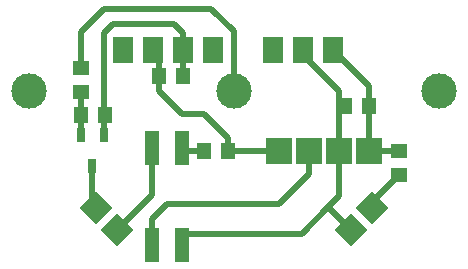
<source format=gbr>
%TF.GenerationSoftware,Altium Limited,Altium Designer,19.1.5 (86)*%
G04 Layer_Physical_Order=2*
G04 Layer_Color=16711680*
%FSLAX43Y43*%
%MOMM*%
%TF.FileFunction,Copper,L2,Bot,Signal*%
%TF.Part,Single*%
G01*
G75*
%TA.AperFunction,SMDPad,CuDef*%
%ADD10P,2.828X4X360.0*%
%ADD11P,2.828X4X270.0*%
%ADD12R,1.250X3.000*%
%ADD13R,1.200X1.400*%
%ADD14R,1.800X2.200*%
%ADD15R,2.200X2.200*%
%ADD16R,1.400X1.200*%
%ADD17R,0.650X1.200*%
%TA.AperFunction,Conductor*%
%ADD18C,0.500*%
%TA.AperFunction,WasherPad*%
%ADD19C,3.000*%
D10*
X-11693Y-9897D02*
D03*
X-9897Y-11693D02*
D03*
D11*
X9897D02*
D03*
X11693Y-9897D02*
D03*
D12*
X-6985Y-4790D02*
D03*
X-4445D02*
D03*
X-6985Y-12990D02*
D03*
X-4445D02*
D03*
D13*
X-6350Y1270D02*
D03*
X-4318D02*
D03*
X-2540Y-5080D02*
D03*
X-508D02*
D03*
X9398Y-1270D02*
D03*
X11430D02*
D03*
X-10968Y-2000D02*
D03*
X-13000D02*
D03*
D14*
X-6864Y3512D02*
D03*
X-1784D02*
D03*
X-4324D02*
D03*
X3296D02*
D03*
X8376D02*
D03*
X5836D02*
D03*
X-9404D02*
D03*
D15*
X3810Y-5080D02*
D03*
X6350Y-5080D02*
D03*
X8890Y-5080D02*
D03*
X11430Y-5080D02*
D03*
D16*
X13970D02*
D03*
Y-7112D02*
D03*
X-13000Y-32D02*
D03*
Y2000D02*
D03*
D17*
X-11050Y-3673D02*
D03*
X-12950D02*
D03*
X-12000Y-6327D02*
D03*
D18*
X-2540Y-1905D02*
X-508Y-3937D01*
X-4445Y-1905D02*
X-2540D01*
X-6350Y0D02*
X-4445Y-1905D01*
X6350Y-6985D02*
Y-5080D01*
X3810Y-9525D02*
X6350Y-6985D01*
X-5715Y-9525D02*
X3810D01*
X8890Y-5080D02*
Y0D01*
X-4445Y-12065D02*
X5715D01*
X7992Y-9788D01*
X0Y0D02*
Y5080D01*
X-1920Y7000D02*
X0Y5080D01*
X-11000Y7000D02*
X-1920D01*
X-4324Y1270D02*
Y3512D01*
X-11050Y-3673D02*
Y4950D01*
X-4324Y3512D02*
Y4959D01*
X-5080Y5715D02*
X-4324Y4959D01*
X-10285Y5715D02*
X-5080D01*
X-11050Y4950D02*
X-10285Y5715D01*
X-6985Y-8781D02*
Y-4790D01*
X-9897Y-11693D02*
X-6985Y-8781D01*
Y-10795D02*
X-5715Y-9525D01*
X-6985Y-12990D02*
Y-10795D01*
X-11693Y-9897D02*
X-11430Y-10160D01*
X-12000Y-9590D02*
X-11693Y-9897D01*
X7992Y-9788D02*
X8890Y-8890D01*
X7992Y-9788D02*
X9897Y-11693D01*
X8890Y-8890D02*
Y-5080D01*
X11430Y-10160D02*
Y-9652D01*
X13970Y-7112D01*
X-6350Y1270D02*
Y3175D01*
Y0D02*
Y1270D01*
X-508Y-5080D02*
Y-3937D01*
Y-5080D02*
X3810D01*
X-4790D02*
X-2540D01*
X9416Y-11956D02*
X9634D01*
X6350Y2540D02*
X8890Y0D01*
X8376Y3512D02*
X11430Y458D01*
Y-1270D02*
Y458D01*
Y-5080D02*
Y-1270D01*
Y-5080D02*
X13970D01*
X-13000Y-64D02*
X-12968Y-32D01*
X-12950Y-3673D02*
Y-114D01*
X-13000Y-64D02*
X-12950Y-114D01*
X-12000Y-9590D02*
Y-6327D01*
X-13000Y5000D02*
X-11000Y7000D01*
X-13000Y2000D02*
Y5000D01*
D19*
X0Y0D02*
D03*
X-17375D02*
D03*
X17375D02*
D03*
%TF.MD5,8ff45a70c31aaf0ca52a345523cf0da0*%
M02*

</source>
